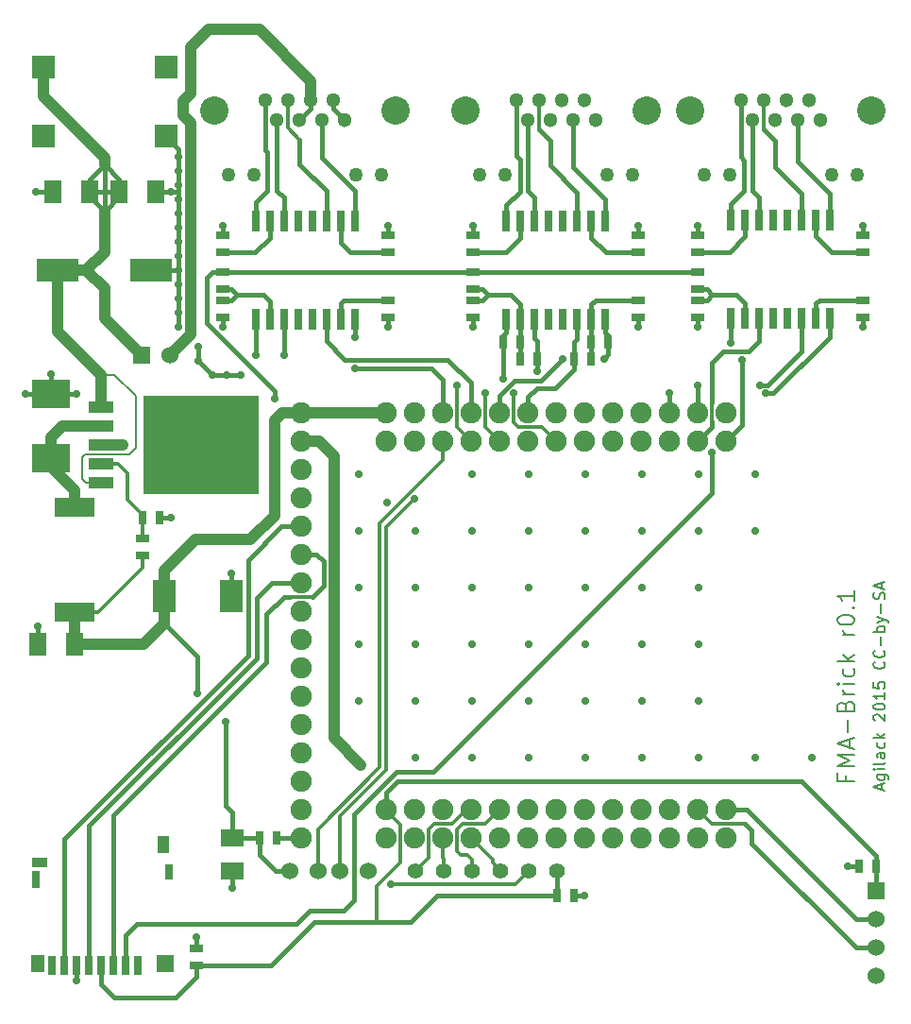
<source format=gtl>
G04 (created by PCBNEW (2013-mar-13)-stable) date Thu 11 Jun 2015 06:02:21 PM CEST*
%MOIN*%
G04 Gerber Fmt 3.4, Leading zero omitted, Abs format*
%FSLAX34Y34*%
G01*
G70*
G90*
G04 APERTURE LIST*
%ADD10C,0.005906*%
%ADD11C,0.008000*%
%ADD12R,0.060000X0.080000*%
%ADD13R,0.149606X0.080000*%
%ADD14R,0.137800X0.098400*%
%ADD15R,0.140200X0.070100*%
%ADD16R,0.045000X0.025000*%
%ADD17R,0.025000X0.045000*%
%ADD18R,0.090000X0.042000*%
%ADD19R,0.409800X0.350000*%
%ADD20C,0.051181*%
%ADD21C,0.100000*%
%ADD22C,0.050000*%
%ADD23R,0.031500X0.074800*%
%ADD24R,0.060000X0.060000*%
%ADD25C,0.060000*%
%ADD26R,0.078740X0.118110*%
%ADD27C,0.075000*%
%ADD28R,0.027559X0.068898*%
%ADD29R,0.059055X0.059055*%
%ADD30R,0.051181X0.059055*%
%ADD31R,0.031496X0.059055*%
%ADD32R,0.031496X0.055118*%
%ADD33R,0.058071X0.035433*%
%ADD34R,0.039370X0.061024*%
%ADD35R,0.078740X0.078740*%
%ADD36C,0.055100*%
%ADD37R,0.078700X0.062992*%
%ADD38C,0.028000*%
%ADD39C,0.016000*%
%ADD40C,0.040000*%
%ADD41C,0.012000*%
G04 APERTURE END LIST*
G54D10*
G54D11*
X69968Y-47141D02*
X69968Y-46951D01*
X70082Y-47179D02*
X69682Y-47046D01*
X70082Y-46913D01*
X69816Y-46608D02*
X70140Y-46608D01*
X70178Y-46627D01*
X70197Y-46646D01*
X70216Y-46684D01*
X70216Y-46741D01*
X70197Y-46779D01*
X70063Y-46608D02*
X70082Y-46646D01*
X70082Y-46722D01*
X70063Y-46760D01*
X70044Y-46779D01*
X70006Y-46798D01*
X69892Y-46798D01*
X69854Y-46779D01*
X69835Y-46760D01*
X69816Y-46722D01*
X69816Y-46646D01*
X69835Y-46608D01*
X70082Y-46417D02*
X69816Y-46417D01*
X69682Y-46417D02*
X69702Y-46436D01*
X69721Y-46417D01*
X69702Y-46398D01*
X69682Y-46417D01*
X69721Y-46417D01*
X70082Y-46170D02*
X70063Y-46208D01*
X70025Y-46227D01*
X69682Y-46227D01*
X70082Y-45846D02*
X69873Y-45846D01*
X69835Y-45865D01*
X69816Y-45903D01*
X69816Y-45979D01*
X69835Y-46017D01*
X70063Y-45846D02*
X70082Y-45884D01*
X70082Y-45979D01*
X70063Y-46017D01*
X70025Y-46036D01*
X69987Y-46036D01*
X69949Y-46017D01*
X69930Y-45979D01*
X69930Y-45884D01*
X69911Y-45846D01*
X70063Y-45484D02*
X70082Y-45522D01*
X70082Y-45598D01*
X70063Y-45636D01*
X70044Y-45655D01*
X70006Y-45674D01*
X69892Y-45674D01*
X69854Y-45655D01*
X69835Y-45636D01*
X69816Y-45598D01*
X69816Y-45522D01*
X69835Y-45484D01*
X70082Y-45313D02*
X69682Y-45313D01*
X69930Y-45274D02*
X70082Y-45160D01*
X69816Y-45160D02*
X69968Y-45313D01*
X69721Y-44703D02*
X69702Y-44684D01*
X69682Y-44646D01*
X69682Y-44551D01*
X69702Y-44513D01*
X69721Y-44494D01*
X69759Y-44474D01*
X69797Y-44474D01*
X69854Y-44494D01*
X70082Y-44722D01*
X70082Y-44474D01*
X69682Y-44227D02*
X69682Y-44189D01*
X69702Y-44151D01*
X69721Y-44132D01*
X69759Y-44113D01*
X69835Y-44094D01*
X69930Y-44094D01*
X70006Y-44113D01*
X70044Y-44132D01*
X70063Y-44151D01*
X70082Y-44189D01*
X70082Y-44227D01*
X70063Y-44265D01*
X70044Y-44284D01*
X70006Y-44303D01*
X69930Y-44322D01*
X69835Y-44322D01*
X69759Y-44303D01*
X69721Y-44284D01*
X69702Y-44265D01*
X69682Y-44227D01*
X70082Y-43713D02*
X70082Y-43941D01*
X70082Y-43827D02*
X69682Y-43827D01*
X69740Y-43865D01*
X69778Y-43903D01*
X69797Y-43941D01*
X69682Y-43351D02*
X69682Y-43541D01*
X69873Y-43560D01*
X69854Y-43541D01*
X69835Y-43503D01*
X69835Y-43408D01*
X69854Y-43370D01*
X69873Y-43351D01*
X69911Y-43332D01*
X70006Y-43332D01*
X70044Y-43351D01*
X70063Y-43370D01*
X70082Y-43408D01*
X70082Y-43503D01*
X70063Y-43541D01*
X70044Y-43560D01*
X70044Y-42627D02*
X70063Y-42646D01*
X70082Y-42703D01*
X70082Y-42741D01*
X70063Y-42798D01*
X70025Y-42836D01*
X69987Y-42855D01*
X69911Y-42874D01*
X69854Y-42874D01*
X69778Y-42855D01*
X69740Y-42836D01*
X69702Y-42798D01*
X69682Y-42741D01*
X69682Y-42703D01*
X69702Y-42646D01*
X69721Y-42627D01*
X70044Y-42227D02*
X70063Y-42246D01*
X70082Y-42303D01*
X70082Y-42341D01*
X70063Y-42398D01*
X70025Y-42436D01*
X69987Y-42455D01*
X69911Y-42474D01*
X69854Y-42474D01*
X69778Y-42455D01*
X69740Y-42436D01*
X69702Y-42398D01*
X69682Y-42341D01*
X69682Y-42303D01*
X69702Y-42246D01*
X69721Y-42227D01*
X69930Y-42055D02*
X69930Y-41751D01*
X70082Y-41560D02*
X69682Y-41560D01*
X69835Y-41560D02*
X69816Y-41522D01*
X69816Y-41446D01*
X69835Y-41408D01*
X69854Y-41389D01*
X69892Y-41370D01*
X70006Y-41370D01*
X70044Y-41389D01*
X70063Y-41408D01*
X70082Y-41446D01*
X70082Y-41522D01*
X70063Y-41560D01*
X69816Y-41236D02*
X70082Y-41141D01*
X69816Y-41046D02*
X70082Y-41141D01*
X70178Y-41179D01*
X70197Y-41198D01*
X70216Y-41236D01*
X69930Y-40894D02*
X69930Y-40589D01*
X70063Y-40417D02*
X70082Y-40360D01*
X70082Y-40265D01*
X70063Y-40227D01*
X70044Y-40208D01*
X70006Y-40189D01*
X69968Y-40189D01*
X69930Y-40208D01*
X69911Y-40227D01*
X69892Y-40265D01*
X69873Y-40341D01*
X69854Y-40379D01*
X69835Y-40398D01*
X69797Y-40417D01*
X69759Y-40417D01*
X69721Y-40398D01*
X69702Y-40379D01*
X69682Y-40341D01*
X69682Y-40246D01*
X69702Y-40189D01*
X69968Y-40036D02*
X69968Y-39846D01*
X70082Y-40074D02*
X69682Y-39941D01*
X70082Y-39808D01*
X68685Y-46636D02*
X68685Y-46836D01*
X68999Y-46836D02*
X68399Y-46836D01*
X68399Y-46551D01*
X68999Y-46322D02*
X68399Y-46322D01*
X68828Y-46122D01*
X68399Y-45922D01*
X68999Y-45922D01*
X68828Y-45665D02*
X68828Y-45379D01*
X68999Y-45722D02*
X68399Y-45522D01*
X68999Y-45322D01*
X68770Y-45122D02*
X68770Y-44665D01*
X68685Y-44179D02*
X68713Y-44094D01*
X68742Y-44065D01*
X68799Y-44036D01*
X68885Y-44036D01*
X68942Y-44065D01*
X68970Y-44094D01*
X68999Y-44151D01*
X68999Y-44379D01*
X68399Y-44379D01*
X68399Y-44179D01*
X68428Y-44122D01*
X68456Y-44094D01*
X68513Y-44065D01*
X68570Y-44065D01*
X68628Y-44094D01*
X68656Y-44122D01*
X68685Y-44179D01*
X68685Y-44379D01*
X68999Y-43779D02*
X68599Y-43779D01*
X68713Y-43779D02*
X68656Y-43751D01*
X68628Y-43722D01*
X68599Y-43665D01*
X68599Y-43608D01*
X68999Y-43408D02*
X68599Y-43408D01*
X68399Y-43408D02*
X68428Y-43436D01*
X68456Y-43408D01*
X68428Y-43379D01*
X68399Y-43408D01*
X68456Y-43408D01*
X68970Y-42865D02*
X68999Y-42922D01*
X68999Y-43036D01*
X68970Y-43094D01*
X68942Y-43122D01*
X68885Y-43151D01*
X68713Y-43151D01*
X68656Y-43122D01*
X68628Y-43094D01*
X68599Y-43036D01*
X68599Y-42922D01*
X68628Y-42865D01*
X68999Y-42608D02*
X68399Y-42608D01*
X68770Y-42551D02*
X68999Y-42379D01*
X68599Y-42379D02*
X68828Y-42608D01*
X68999Y-41665D02*
X68599Y-41665D01*
X68713Y-41665D02*
X68656Y-41636D01*
X68628Y-41608D01*
X68599Y-41551D01*
X68599Y-41494D01*
X68399Y-41179D02*
X68399Y-41122D01*
X68428Y-41065D01*
X68456Y-41036D01*
X68513Y-41008D01*
X68628Y-40979D01*
X68770Y-40979D01*
X68885Y-41008D01*
X68942Y-41036D01*
X68970Y-41065D01*
X68999Y-41122D01*
X68999Y-41179D01*
X68970Y-41236D01*
X68942Y-41265D01*
X68885Y-41294D01*
X68770Y-41322D01*
X68628Y-41322D01*
X68513Y-41294D01*
X68456Y-41265D01*
X68428Y-41236D01*
X68399Y-41179D01*
X68942Y-40722D02*
X68970Y-40693D01*
X68999Y-40722D01*
X68970Y-40751D01*
X68942Y-40722D01*
X68999Y-40722D01*
X68999Y-40122D02*
X68999Y-40465D01*
X68999Y-40294D02*
X68399Y-40294D01*
X68485Y-40351D01*
X68542Y-40408D01*
X68570Y-40465D01*
G54D12*
X41988Y-26048D03*
X40688Y-26048D03*
X43050Y-26046D03*
X44350Y-26046D03*
G54D13*
X40866Y-28812D03*
X44173Y-28812D03*
G54D12*
X41460Y-41994D03*
X40160Y-41994D03*
G54D14*
X40638Y-33180D03*
X40638Y-35444D03*
G54D15*
X41462Y-37176D03*
X41462Y-40876D03*
G54D16*
X43876Y-38870D03*
X43876Y-38270D03*
G54D17*
X43876Y-37554D03*
X44476Y-37554D03*
G54D18*
X42401Y-34966D03*
X42401Y-35635D03*
X42401Y-36305D03*
X42401Y-34297D03*
X42401Y-33627D03*
G54D19*
X45940Y-34966D03*
G54D20*
X49003Y-22812D03*
X50208Y-23512D03*
X49405Y-23512D03*
X48200Y-22812D03*
X48602Y-23512D03*
X49807Y-22812D03*
X51011Y-23512D03*
X50610Y-22812D03*
G54D21*
X52807Y-23162D03*
X46405Y-23162D03*
G54D22*
X52307Y-25426D03*
X51405Y-25426D03*
X47807Y-25426D03*
X46905Y-25426D03*
G54D20*
X57862Y-22812D03*
X59066Y-23512D03*
X58263Y-23512D03*
X57059Y-22812D03*
X57460Y-23512D03*
X58665Y-22812D03*
X59870Y-23512D03*
X59468Y-22812D03*
G54D21*
X61665Y-23162D03*
X55263Y-23162D03*
G54D22*
X61165Y-25426D03*
X60263Y-25426D03*
X56665Y-25426D03*
X55763Y-25426D03*
G54D23*
X49356Y-30536D03*
X49856Y-30536D03*
X50356Y-30536D03*
X48856Y-30536D03*
X50856Y-30536D03*
X48356Y-30536D03*
X47856Y-30536D03*
X51356Y-30536D03*
X47856Y-27088D03*
X51356Y-27088D03*
X50856Y-27088D03*
X50356Y-27088D03*
X49856Y-27088D03*
X49356Y-27088D03*
X48856Y-27088D03*
X48356Y-27088D03*
G54D16*
X46690Y-29858D03*
X46690Y-30458D03*
X52522Y-29858D03*
X52522Y-30458D03*
X46690Y-28882D03*
X46690Y-29482D03*
X52522Y-27576D03*
X52522Y-28176D03*
X46690Y-28176D03*
X46690Y-27576D03*
G54D20*
X65787Y-22812D03*
X66992Y-23512D03*
X66189Y-23512D03*
X64984Y-22812D03*
X65386Y-23512D03*
X66590Y-22812D03*
X67795Y-23512D03*
X67393Y-22812D03*
G54D21*
X69590Y-23162D03*
X63189Y-23162D03*
G54D22*
X69090Y-25426D03*
X68189Y-25426D03*
X64590Y-25426D03*
X63689Y-25426D03*
G54D23*
X58214Y-30536D03*
X58714Y-30536D03*
X59214Y-30536D03*
X57714Y-30536D03*
X59714Y-30536D03*
X57214Y-30536D03*
X56714Y-30536D03*
X60214Y-30536D03*
X56714Y-27088D03*
X60214Y-27088D03*
X59714Y-27088D03*
X59214Y-27088D03*
X58714Y-27088D03*
X58214Y-27088D03*
X57714Y-27088D03*
X57214Y-27088D03*
X66140Y-30494D03*
X66640Y-30494D03*
X67140Y-30494D03*
X65640Y-30494D03*
X67640Y-30494D03*
X65140Y-30494D03*
X64640Y-30494D03*
X68140Y-30494D03*
X64640Y-27046D03*
X68140Y-27046D03*
X67640Y-27046D03*
X67140Y-27046D03*
X66640Y-27046D03*
X66140Y-27046D03*
X65640Y-27046D03*
X65140Y-27046D03*
G54D16*
X55548Y-29858D03*
X55548Y-30458D03*
X61380Y-29858D03*
X61380Y-30458D03*
X63474Y-29858D03*
X63474Y-30458D03*
X69306Y-29858D03*
X69306Y-30458D03*
G54D24*
X43830Y-31800D03*
G54D25*
X44830Y-31800D03*
G54D26*
X44628Y-40290D03*
X46991Y-40290D03*
G54D27*
X52465Y-47840D03*
X52465Y-48840D03*
X53465Y-47840D03*
X53465Y-48840D03*
X54465Y-47840D03*
X54465Y-48840D03*
X55465Y-47840D03*
X55465Y-48840D03*
X56465Y-47840D03*
X56465Y-48840D03*
X57465Y-47840D03*
X57465Y-48840D03*
X58465Y-47840D03*
X58465Y-48840D03*
X59465Y-47840D03*
X59465Y-48840D03*
X60465Y-47840D03*
X60465Y-48840D03*
X61465Y-47840D03*
X61465Y-48840D03*
X62465Y-47840D03*
X62465Y-48840D03*
X63465Y-47840D03*
X63465Y-48840D03*
X64465Y-47840D03*
X64465Y-48840D03*
X52465Y-33840D03*
X52465Y-34840D03*
X53465Y-33840D03*
X53465Y-34840D03*
X54465Y-33840D03*
X54465Y-34840D03*
X55465Y-33840D03*
X55465Y-34840D03*
X56465Y-33840D03*
X56465Y-34840D03*
X57465Y-33840D03*
X57465Y-34840D03*
X58465Y-33840D03*
X58465Y-34840D03*
X59465Y-33840D03*
X59465Y-34840D03*
X60465Y-33840D03*
X60465Y-34840D03*
X61465Y-33840D03*
X61465Y-34840D03*
X62465Y-33840D03*
X62465Y-34840D03*
X63465Y-33840D03*
X63465Y-34840D03*
X64465Y-33840D03*
X64465Y-34840D03*
X49465Y-33840D03*
X49465Y-34840D03*
X49465Y-35840D03*
X49465Y-36840D03*
X49465Y-37840D03*
X49465Y-38840D03*
X49465Y-39840D03*
X49465Y-40840D03*
X49465Y-41840D03*
X49465Y-42840D03*
X49465Y-43840D03*
X49465Y-44840D03*
X49465Y-45840D03*
X49465Y-46840D03*
X49465Y-47840D03*
X49465Y-48840D03*
G54D16*
X61380Y-27576D03*
X61380Y-28176D03*
X55548Y-28176D03*
X55548Y-27576D03*
X69306Y-27576D03*
X69306Y-28176D03*
X63474Y-28176D03*
X63474Y-27576D03*
X55548Y-28882D03*
X55548Y-29482D03*
X63474Y-28882D03*
X63474Y-29482D03*
G54D17*
X57214Y-31326D03*
X56614Y-31326D03*
X57814Y-31930D03*
X57214Y-31930D03*
X59715Y-31930D03*
X59115Y-31930D03*
X60315Y-31326D03*
X59715Y-31326D03*
G54D28*
X43699Y-53336D03*
X43266Y-53336D03*
X42833Y-53336D03*
X42400Y-53336D03*
X41967Y-53336D03*
X41534Y-53336D03*
X41101Y-53336D03*
X40668Y-53336D03*
G54D29*
X44664Y-53287D03*
G54D30*
X40156Y-53287D03*
G54D31*
X40087Y-50294D03*
G54D32*
X44792Y-50039D03*
G54D33*
X40220Y-49704D03*
G54D34*
X44595Y-49084D03*
G54D24*
X69755Y-50720D03*
G54D25*
X69755Y-51720D03*
X69755Y-52720D03*
X69755Y-53720D03*
G54D35*
X44685Y-21653D03*
X40354Y-21653D03*
X44685Y-24074D03*
X40354Y-24074D03*
G54D36*
X58500Y-50000D03*
X57500Y-50000D03*
X56500Y-50000D03*
X55500Y-50000D03*
X54500Y-50000D03*
X53500Y-50000D03*
G54D25*
X51822Y-49995D03*
X50838Y-49995D03*
X50051Y-49995D03*
X49067Y-49995D03*
G54D16*
X45773Y-53332D03*
X45773Y-52732D03*
G54D17*
X69755Y-49836D03*
X69155Y-49836D03*
X48012Y-48840D03*
X48612Y-48840D03*
G54D37*
X47037Y-48840D03*
X47037Y-50021D03*
G54D17*
X58496Y-50868D03*
X59096Y-50868D03*
G54D38*
X48529Y-33341D03*
X51579Y-46278D03*
X46800Y-44740D03*
X45798Y-43737D03*
X61500Y-42000D03*
X57500Y-42000D03*
X53500Y-42000D03*
X55500Y-42000D03*
X59500Y-42000D03*
X63500Y-42000D03*
X61500Y-40000D03*
X57500Y-40000D03*
X53500Y-40000D03*
X55500Y-40000D03*
X59500Y-40000D03*
X63500Y-40000D03*
X51500Y-36000D03*
X51500Y-38000D03*
X51500Y-44000D03*
X53500Y-44000D03*
X65500Y-46000D03*
X61500Y-46000D03*
X57500Y-46000D03*
X53500Y-46000D03*
X55500Y-46000D03*
X59500Y-46000D03*
X63500Y-46000D03*
X67500Y-46000D03*
X63500Y-44000D03*
X59500Y-44000D03*
X55500Y-44000D03*
X57500Y-44000D03*
X61500Y-44000D03*
X51500Y-42000D03*
X51500Y-40000D03*
X53500Y-38000D03*
X52500Y-37000D03*
X55500Y-38000D03*
X63500Y-36000D03*
X59500Y-36000D03*
X55500Y-36000D03*
X57500Y-36000D03*
X61500Y-36000D03*
X65500Y-36000D03*
X63500Y-38000D03*
X61500Y-38000D03*
X57500Y-38000D03*
X59500Y-38000D03*
X65500Y-38000D03*
X47037Y-50596D03*
X45773Y-52345D03*
X59481Y-50868D03*
X68770Y-49836D03*
X52648Y-50456D03*
X46350Y-32500D03*
X45850Y-32000D03*
X46850Y-32500D03*
X45850Y-31500D03*
X47350Y-32500D03*
X45150Y-30300D03*
X45150Y-30800D03*
X45150Y-24800D03*
X45150Y-25800D03*
X45150Y-25300D03*
X44685Y-24074D03*
X44685Y-21653D03*
X39740Y-33180D03*
X40112Y-26048D03*
X41534Y-53889D03*
X40638Y-32480D03*
X69306Y-30792D03*
X63474Y-30792D03*
X61380Y-30792D03*
X69306Y-27242D03*
X63474Y-27242D03*
X61380Y-27242D03*
X55548Y-27242D03*
X55548Y-30792D03*
X52522Y-30792D03*
X52522Y-27242D03*
X40160Y-41370D03*
X46990Y-39498D03*
X44870Y-37554D03*
X45150Y-26300D03*
X45150Y-26800D03*
X45150Y-29300D03*
X45150Y-29800D03*
X45150Y-28812D03*
X46690Y-30792D03*
X45150Y-27800D03*
X45150Y-28300D03*
X41536Y-33180D03*
X43180Y-34966D03*
X44874Y-26050D03*
X45150Y-27300D03*
X46690Y-27242D03*
X65880Y-33154D03*
X62465Y-33154D03*
X65662Y-32865D03*
X63465Y-32865D03*
X60153Y-31929D03*
X58702Y-31929D03*
X51356Y-31172D03*
X51356Y-32268D03*
X63965Y-35233D03*
X65034Y-31980D03*
X64640Y-31373D03*
X57814Y-32366D03*
X56614Y-32642D03*
X56965Y-33152D03*
X54966Y-32870D03*
X48856Y-31822D03*
X55964Y-33150D03*
X47856Y-31822D03*
X53466Y-36879D03*
G54D39*
X48529Y-33064D02*
X46148Y-30683D01*
X46148Y-30683D02*
X46148Y-29057D01*
X46148Y-29057D02*
X46323Y-28882D01*
X46690Y-28882D02*
X46323Y-28882D01*
X48529Y-33341D02*
X48529Y-33064D01*
X55548Y-28882D02*
X46690Y-28882D01*
X63474Y-28882D02*
X55548Y-28882D01*
X42867Y-54465D02*
X45047Y-54465D01*
X42867Y-54465D02*
X42400Y-53998D01*
X42400Y-53336D02*
X42400Y-53998D01*
X45773Y-53739D02*
X45773Y-53332D01*
X45047Y-54465D02*
X45773Y-53739D01*
X45773Y-53332D02*
X48398Y-53332D01*
X58496Y-50868D02*
X54258Y-50868D01*
X53319Y-51807D02*
X52129Y-51807D01*
X54258Y-50868D02*
X53319Y-51807D01*
X58500Y-50000D02*
X58500Y-50864D01*
X58500Y-50864D02*
X58496Y-50868D01*
X69755Y-49836D02*
X69755Y-49460D01*
X52465Y-47253D02*
X52882Y-46836D01*
X52882Y-46836D02*
X67131Y-46836D01*
X67131Y-46836D02*
X69755Y-49460D01*
X52465Y-47253D02*
X52465Y-47840D01*
X69755Y-50720D02*
X69755Y-49836D01*
G54D40*
X50618Y-45317D02*
X51579Y-46278D01*
X49465Y-34840D02*
X50102Y-34840D01*
X50102Y-34840D02*
X50618Y-35356D01*
X50618Y-35356D02*
X50618Y-45317D01*
G54D41*
X52965Y-48357D02*
X52965Y-49711D01*
X52465Y-47857D02*
X52965Y-48357D01*
X52465Y-47840D02*
X52465Y-47857D01*
X52129Y-50547D02*
X52129Y-51807D01*
X52965Y-49711D02*
X52129Y-50547D01*
G54D39*
X52129Y-51807D02*
X49923Y-51807D01*
X49923Y-51807D02*
X48398Y-53332D01*
X46800Y-44740D02*
X46800Y-47700D01*
X44628Y-41263D02*
X45798Y-42432D01*
X45798Y-43737D02*
X45798Y-42432D01*
X47037Y-47937D02*
X47037Y-48840D01*
X46800Y-47700D02*
X47037Y-47937D01*
X48012Y-48840D02*
X47037Y-48840D01*
X47037Y-48840D02*
X47037Y-48840D01*
X48012Y-48840D02*
X48012Y-49455D01*
X48552Y-49995D02*
X49067Y-49995D01*
X48012Y-49455D02*
X48552Y-49995D01*
G54D40*
X48530Y-37458D02*
X48530Y-34102D01*
X45720Y-38310D02*
X47678Y-38310D01*
X44628Y-39401D02*
X45720Y-38310D01*
X44628Y-40290D02*
X44628Y-39401D01*
X47678Y-38310D02*
X48530Y-37458D01*
X48792Y-33840D02*
X49465Y-33840D01*
X48530Y-34102D02*
X48792Y-33840D01*
X52465Y-33840D02*
X49465Y-33840D01*
X41460Y-41994D02*
X43898Y-41994D01*
X44628Y-41263D02*
X44628Y-40290D01*
X43898Y-41994D02*
X44628Y-41263D01*
X41462Y-40876D02*
X41462Y-41992D01*
X41462Y-41992D02*
X41460Y-41994D01*
G54D41*
X43876Y-38870D02*
X43876Y-39290D01*
X42290Y-40876D02*
X41462Y-40876D01*
X43876Y-39290D02*
X42290Y-40876D01*
G54D40*
X40354Y-21653D02*
X40354Y-22687D01*
X42519Y-24852D02*
X42519Y-25080D01*
X40354Y-22687D02*
X42519Y-24852D01*
X41882Y-28812D02*
X42520Y-29450D01*
X42520Y-30490D02*
X43830Y-31800D01*
X42520Y-29450D02*
X42520Y-30490D01*
G54D11*
X42401Y-36305D02*
X41851Y-36305D01*
X43400Y-35300D02*
X43618Y-35082D01*
X41832Y-35300D02*
X43400Y-35300D01*
X41718Y-35414D02*
X41832Y-35300D01*
X41718Y-36172D02*
X41718Y-35414D01*
X41851Y-36305D02*
X41718Y-36172D01*
X42865Y-32501D02*
X42401Y-32501D01*
X43618Y-33254D02*
X42865Y-32501D01*
X43618Y-35082D02*
X43618Y-33254D01*
G54D40*
X40866Y-28812D02*
X40866Y-30966D01*
X42401Y-32501D02*
X42401Y-33627D01*
X40866Y-30966D02*
X42401Y-32501D01*
G54D39*
X43050Y-26046D02*
X42521Y-26046D01*
X42521Y-26046D02*
X42519Y-26048D01*
X41988Y-26048D02*
X42519Y-26048D01*
X42519Y-25080D02*
X42519Y-26048D01*
X42519Y-26048D02*
X42519Y-26741D01*
X42519Y-26741D02*
X42520Y-26742D01*
X43050Y-26046D02*
X43050Y-26211D01*
X43050Y-26211D02*
X42520Y-26742D01*
X41988Y-26048D02*
X41988Y-26210D01*
X41988Y-26210D02*
X42520Y-26742D01*
G54D40*
X41882Y-28812D02*
X42520Y-28174D01*
X42520Y-28174D02*
X42520Y-26742D01*
X41882Y-28812D02*
X40866Y-28812D01*
G54D39*
X43050Y-26046D02*
X43050Y-25612D01*
X43050Y-25612D02*
X42519Y-25080D01*
X41988Y-26048D02*
X41988Y-25612D01*
X41988Y-25612D02*
X42519Y-25080D01*
G54D40*
X45570Y-22556D02*
X45570Y-20950D01*
X49807Y-22127D02*
X48000Y-20320D01*
X48000Y-20320D02*
X46200Y-20320D01*
X49807Y-22812D02*
X49807Y-22127D01*
X45290Y-22836D02*
X45570Y-22556D01*
X45570Y-31060D02*
X45570Y-23604D01*
X45570Y-31060D02*
X44830Y-31800D01*
X45570Y-23604D02*
X45290Y-23324D01*
X45290Y-23324D02*
X45290Y-22836D01*
X45570Y-20950D02*
X46200Y-20320D01*
G54D39*
X49807Y-22812D02*
X49807Y-23111D01*
X49807Y-23111D02*
X49405Y-23512D01*
X47037Y-50021D02*
X47037Y-50596D01*
X48612Y-48840D02*
X49465Y-48840D01*
X45773Y-52732D02*
X45773Y-52345D01*
X59096Y-50868D02*
X59481Y-50868D01*
X69155Y-49836D02*
X68770Y-49836D01*
G54D41*
X57043Y-50457D02*
X52649Y-50457D01*
X57500Y-50000D02*
X57043Y-50457D01*
X52649Y-50457D02*
X52648Y-50456D01*
G54D39*
X45850Y-32000D02*
X46350Y-32500D01*
X47350Y-32500D02*
X46850Y-32500D01*
X45850Y-32000D02*
X45850Y-31500D01*
X46850Y-32500D02*
X46350Y-32500D01*
X45150Y-30300D02*
X45150Y-29800D01*
X45150Y-30800D02*
X45150Y-30300D01*
X45150Y-24800D02*
X45150Y-24539D01*
X45150Y-25300D02*
X45150Y-25800D01*
X45150Y-26050D02*
X45150Y-25800D01*
X45150Y-24800D02*
X45150Y-25300D01*
X45150Y-24539D02*
X44685Y-24074D01*
X40638Y-33180D02*
X39740Y-33180D01*
X40112Y-26048D02*
X40688Y-26048D01*
X41534Y-53336D02*
X41534Y-53336D01*
X41534Y-53889D02*
X41534Y-53336D01*
X40638Y-33180D02*
X40638Y-32480D01*
X69306Y-30792D02*
X69306Y-30458D01*
X63474Y-30792D02*
X63474Y-30458D01*
X61380Y-30792D02*
X61380Y-30458D01*
X69306Y-27242D02*
X69306Y-27576D01*
X63474Y-27242D02*
X63474Y-27576D01*
X61380Y-27242D02*
X61380Y-27576D01*
X55548Y-27242D02*
X55548Y-27576D01*
X55548Y-30792D02*
X55548Y-30458D01*
X52522Y-30792D02*
X52522Y-30458D01*
X52522Y-27576D02*
X52522Y-27242D01*
X50610Y-22812D02*
X50610Y-23111D01*
X50610Y-23111D02*
X51011Y-23512D01*
X40160Y-41994D02*
X40160Y-41370D01*
X46990Y-40288D02*
X46991Y-40290D01*
X46990Y-39498D02*
X46990Y-40288D01*
X44476Y-37554D02*
X44870Y-37554D01*
X45150Y-26800D02*
X45150Y-26300D01*
X45150Y-27300D02*
X45150Y-26800D01*
X45150Y-26300D02*
X45150Y-26050D01*
X45150Y-28812D02*
X45150Y-29300D01*
X45150Y-29300D02*
X45150Y-29800D01*
X46690Y-30792D02*
X46690Y-30458D01*
X45150Y-28300D02*
X45150Y-28812D01*
X44173Y-28812D02*
X45150Y-28812D01*
X45150Y-27800D02*
X45150Y-27300D01*
X45150Y-28300D02*
X45150Y-27800D01*
X40638Y-33180D02*
X41536Y-33180D01*
G54D40*
X43180Y-34966D02*
X42401Y-34966D01*
G54D39*
X45150Y-26050D02*
X44874Y-26050D01*
X44874Y-26050D02*
X44354Y-26050D01*
X44354Y-26050D02*
X44350Y-26046D01*
X46690Y-27242D02*
X46690Y-27576D01*
G54D41*
X56500Y-50000D02*
X56217Y-49717D01*
X56217Y-49592D02*
X55465Y-48840D01*
X56217Y-49717D02*
X56217Y-49592D01*
X54500Y-50000D02*
X54500Y-49564D01*
X54465Y-49529D02*
X54465Y-48840D01*
X54500Y-49564D02*
X54465Y-49529D01*
X55500Y-50000D02*
X55500Y-49603D01*
X55965Y-48340D02*
X56465Y-47840D01*
X55177Y-48340D02*
X55965Y-48340D01*
X54965Y-48552D02*
X55177Y-48340D01*
X54965Y-49297D02*
X54965Y-48552D01*
X55113Y-49445D02*
X54965Y-49297D01*
X55342Y-49445D02*
X55113Y-49445D01*
X55500Y-49603D02*
X55342Y-49445D01*
X53965Y-48528D02*
X53965Y-49535D01*
X53965Y-48528D02*
X54153Y-48340D01*
X54153Y-48340D02*
X54808Y-48340D01*
X54808Y-48340D02*
X55308Y-47840D01*
X55465Y-47840D02*
X55308Y-47840D01*
X53965Y-49535D02*
X53500Y-50000D01*
G54D39*
X65140Y-27046D02*
X65140Y-27622D01*
X64586Y-28176D02*
X63474Y-28176D01*
X65140Y-27622D02*
X64586Y-28176D01*
X65386Y-23512D02*
X65386Y-25996D01*
X65640Y-26250D02*
X65640Y-27046D01*
X65386Y-25996D02*
X65640Y-26250D01*
X64984Y-22812D02*
X64984Y-24796D01*
X64640Y-26468D02*
X64640Y-27046D01*
X65112Y-25996D02*
X64640Y-26468D01*
X65112Y-24924D02*
X65112Y-25996D01*
X64984Y-24796D02*
X65112Y-24924D01*
X57059Y-22812D02*
X57059Y-24774D01*
X56714Y-26500D02*
X57190Y-26025D01*
X56714Y-26500D02*
X56714Y-27088D01*
X57190Y-24905D02*
X57190Y-26025D01*
X57059Y-24774D02*
X57190Y-24905D01*
X57460Y-23512D02*
X57460Y-26000D01*
X57714Y-26254D02*
X57714Y-27088D01*
X57460Y-26000D02*
X57714Y-26254D01*
X50856Y-30536D02*
X50856Y-29961D01*
X50960Y-29858D02*
X52522Y-29858D01*
X50856Y-29961D02*
X50960Y-29858D01*
X66992Y-23512D02*
X66992Y-24972D01*
X68140Y-26120D02*
X68140Y-27046D01*
X66992Y-24972D02*
X68140Y-26120D01*
X67640Y-30494D02*
X67640Y-29980D01*
X67762Y-29858D02*
X69306Y-29858D01*
X67640Y-29980D02*
X67762Y-29858D01*
X63982Y-29670D02*
X64832Y-29670D01*
X65140Y-29978D02*
X64832Y-29670D01*
X65140Y-29978D02*
X65140Y-30494D01*
X63474Y-29858D02*
X63794Y-29858D01*
X63794Y-29482D02*
X63982Y-29670D01*
X63794Y-29482D02*
X63474Y-29482D01*
X63794Y-29858D02*
X63982Y-29670D01*
X59714Y-27088D02*
X59714Y-27662D01*
X60228Y-28176D02*
X61380Y-28176D01*
X59714Y-27662D02*
X60228Y-28176D01*
X57214Y-27088D02*
X57214Y-27663D01*
X56702Y-28176D02*
X55548Y-28176D01*
X57214Y-27663D02*
X56702Y-28176D01*
X67640Y-27046D02*
X67640Y-27622D01*
X68194Y-28176D02*
X69306Y-28176D01*
X67640Y-27622D02*
X68194Y-28176D01*
X59714Y-30536D02*
X59714Y-31325D01*
X59714Y-31325D02*
X59715Y-31326D01*
X59715Y-31326D02*
X59715Y-31930D01*
X59714Y-30536D02*
X59714Y-30021D01*
X59878Y-29858D02*
X61380Y-29858D01*
X59714Y-30021D02*
X59878Y-29858D01*
G54D41*
X42401Y-35635D02*
X42995Y-35635D01*
X43876Y-37454D02*
X43876Y-37554D01*
X43340Y-36918D02*
X43876Y-37454D01*
X43340Y-35980D02*
X43340Y-36918D01*
X42995Y-35635D02*
X43340Y-35980D01*
X43876Y-38270D02*
X43876Y-37554D01*
G54D40*
X41462Y-37176D02*
X41462Y-36566D01*
X40638Y-35742D02*
X40638Y-35444D01*
X41462Y-36566D02*
X40638Y-35742D01*
X40638Y-35444D02*
X40638Y-34690D01*
X41031Y-34297D02*
X40638Y-34690D01*
X41031Y-34297D02*
X42401Y-34297D01*
G54D39*
X48602Y-23512D02*
X48602Y-25998D01*
X48856Y-26252D02*
X48856Y-27088D01*
X48602Y-25998D02*
X48856Y-26252D01*
X46690Y-29858D02*
X47012Y-29858D01*
X47012Y-29858D02*
X47200Y-29670D01*
X46690Y-29482D02*
X47012Y-29482D01*
X48356Y-29896D02*
X48130Y-29670D01*
X48130Y-29670D02*
X47200Y-29670D01*
X48356Y-29896D02*
X48356Y-30536D01*
X47012Y-29482D02*
X47200Y-29670D01*
X51356Y-27088D02*
X51356Y-26000D01*
X50208Y-24852D02*
X50208Y-23512D01*
X51356Y-26000D02*
X50208Y-24852D01*
X52522Y-28176D02*
X51192Y-28176D01*
X50856Y-27840D02*
X50856Y-27088D01*
X51192Y-28176D02*
X50856Y-27840D01*
X50356Y-27088D02*
X50356Y-25998D01*
G54D41*
X49003Y-23789D02*
X49414Y-24200D01*
X49003Y-23789D02*
X49003Y-22812D01*
G54D39*
X49414Y-25056D02*
X49414Y-24200D01*
X50356Y-25998D02*
X49414Y-25056D01*
X48356Y-27088D02*
X48356Y-27663D01*
X47844Y-28176D02*
X46690Y-28176D01*
X48356Y-27663D02*
X47844Y-28176D01*
X57214Y-31326D02*
X57214Y-31930D01*
X57214Y-30536D02*
X57214Y-31325D01*
X57214Y-31325D02*
X57214Y-31326D01*
X56056Y-29670D02*
X56864Y-29670D01*
X57214Y-30020D02*
X56864Y-29670D01*
X57214Y-30020D02*
X57214Y-30536D01*
X55548Y-29858D02*
X55868Y-29858D01*
X55868Y-29482D02*
X56056Y-29670D01*
X55868Y-29482D02*
X55548Y-29482D01*
X55868Y-29858D02*
X56056Y-29670D01*
X48200Y-22812D02*
X48200Y-24580D01*
X47856Y-26399D02*
X47856Y-27088D01*
X48258Y-25998D02*
X47856Y-26399D01*
X48258Y-24638D02*
X48258Y-25998D01*
X48200Y-24580D02*
X48258Y-24638D01*
X59066Y-23512D02*
X59066Y-25171D01*
X60214Y-26319D02*
X60214Y-27088D01*
X59066Y-25171D02*
X60214Y-26319D01*
G54D41*
X57862Y-22812D02*
X57862Y-23827D01*
G54D39*
X59214Y-26059D02*
X59214Y-27088D01*
X58265Y-25110D02*
X59214Y-26059D01*
X58265Y-24230D02*
X58265Y-25110D01*
X57862Y-23827D02*
X58265Y-24230D01*
G54D41*
X65787Y-22812D02*
X65787Y-23826D01*
G54D39*
X67140Y-26119D02*
X67140Y-27046D01*
X66190Y-25169D02*
X67140Y-26119D01*
X66190Y-24229D02*
X66190Y-25169D01*
X65787Y-23826D02*
X66190Y-24229D01*
X65880Y-33154D02*
X66144Y-33154D01*
X62465Y-33840D02*
X62465Y-33154D01*
X68140Y-31158D02*
X68140Y-30494D01*
X66144Y-33154D02*
X68140Y-31158D01*
X65662Y-32865D02*
X65942Y-32865D01*
X63465Y-33840D02*
X63465Y-32865D01*
X67140Y-31667D02*
X67140Y-30494D01*
X65942Y-32865D02*
X67140Y-31667D01*
X60315Y-31326D02*
X60315Y-31767D01*
X57931Y-32700D02*
X58702Y-31929D01*
X56465Y-33229D02*
X56465Y-33840D01*
X56465Y-33229D02*
X56994Y-32700D01*
X56994Y-32700D02*
X57931Y-32700D01*
X60315Y-31767D02*
X60153Y-31929D01*
X60214Y-30536D02*
X60214Y-31002D01*
X60315Y-31103D02*
X60315Y-31326D01*
X60214Y-31002D02*
X60315Y-31103D01*
X57788Y-32964D02*
X58441Y-32964D01*
X57465Y-33287D02*
X57788Y-32964D01*
X57465Y-33840D02*
X57465Y-33287D01*
X59115Y-32290D02*
X59115Y-31930D01*
X58441Y-32964D02*
X59115Y-32290D01*
X59214Y-30536D02*
X59214Y-31225D01*
X59115Y-31325D02*
X59115Y-31930D01*
X59214Y-31225D02*
X59115Y-31325D01*
X51356Y-31172D02*
X51356Y-30536D01*
X54465Y-33840D02*
X54465Y-32673D01*
X54060Y-32268D02*
X51356Y-32268D01*
X54465Y-32673D02*
X54060Y-32268D01*
X51356Y-30536D02*
X51356Y-30536D01*
X55465Y-33840D02*
X55465Y-32789D01*
X50356Y-31320D02*
X50356Y-30536D01*
X51002Y-31966D02*
X50356Y-31320D01*
X54642Y-31966D02*
X51002Y-31966D01*
X55465Y-32789D02*
X54642Y-31966D01*
X41967Y-53336D02*
X41967Y-48420D01*
X48430Y-39840D02*
X49465Y-39840D01*
X47887Y-40383D02*
X48430Y-39840D01*
X47887Y-42501D02*
X47887Y-40383D01*
X41967Y-48420D02*
X47887Y-42501D01*
X52829Y-46515D02*
X54125Y-46515D01*
X43670Y-51870D02*
X49308Y-51870D01*
X43266Y-52273D02*
X43670Y-51870D01*
X43266Y-53336D02*
X43266Y-52273D01*
X51331Y-48013D02*
X52829Y-46515D01*
X51331Y-51051D02*
X51331Y-48013D01*
X50981Y-51401D02*
X51331Y-51051D01*
X49777Y-51401D02*
X50981Y-51401D01*
X49308Y-51870D02*
X49777Y-51401D01*
X63965Y-36675D02*
X63965Y-35233D01*
X54125Y-46515D02*
X63965Y-36675D01*
X41101Y-53336D02*
X41101Y-48878D01*
X48776Y-37840D02*
X49465Y-37840D01*
X47584Y-39032D02*
X48776Y-37840D01*
X47584Y-42396D02*
X47584Y-39032D01*
X41101Y-48878D02*
X47584Y-42396D01*
X49072Y-40339D02*
X48852Y-40339D01*
X49465Y-38840D02*
X50013Y-38840D01*
X50252Y-39944D02*
X49857Y-40339D01*
X50252Y-39079D02*
X50252Y-39944D01*
X50013Y-38840D02*
X50252Y-39079D01*
G54D41*
X49072Y-40339D02*
X49857Y-40339D01*
G54D39*
X42833Y-48026D02*
X42833Y-53336D01*
X48236Y-42624D02*
X42833Y-48026D01*
X48236Y-40955D02*
X48236Y-42624D01*
X48852Y-40339D02*
X48236Y-40955D01*
X63965Y-33465D02*
X63965Y-32061D01*
X63465Y-34840D02*
X63965Y-34340D01*
X63965Y-34340D02*
X63965Y-34126D01*
G54D41*
X63965Y-33465D02*
X63965Y-34126D01*
G54D39*
X65640Y-31303D02*
X65640Y-30494D01*
X65275Y-31668D02*
X65640Y-31303D01*
X64358Y-31668D02*
X65275Y-31668D01*
X63965Y-32061D02*
X64358Y-31668D01*
X65034Y-34271D02*
X65034Y-31980D01*
X64465Y-34840D02*
X65034Y-34271D01*
X64640Y-31373D02*
X64640Y-30494D01*
X57814Y-31930D02*
X57814Y-32366D01*
X57714Y-30536D02*
X57714Y-31212D01*
X57814Y-31312D02*
X57814Y-31930D01*
X57714Y-31212D02*
X57814Y-31312D01*
X56614Y-31326D02*
X56614Y-32642D01*
G54D41*
X57965Y-34340D02*
X57143Y-34340D01*
X57965Y-34340D02*
X58465Y-34840D01*
X56965Y-33152D02*
X56965Y-34162D01*
X57143Y-34340D02*
X56965Y-34162D01*
G54D39*
X56714Y-30536D02*
X56714Y-31003D01*
X56614Y-31104D02*
X56614Y-31326D01*
X56714Y-31003D02*
X56614Y-31104D01*
G54D41*
X55465Y-34840D02*
X55464Y-34840D01*
X55464Y-34840D02*
X54966Y-34342D01*
X54966Y-32870D02*
X54966Y-34342D01*
G54D39*
X48856Y-31822D02*
X48856Y-30536D01*
G54D41*
X56465Y-34840D02*
X56464Y-34840D01*
X56464Y-34840D02*
X55964Y-34340D01*
X55964Y-33150D02*
X55964Y-34340D01*
G54D39*
X47856Y-31821D02*
X47856Y-31822D01*
X47856Y-31821D02*
X47856Y-30536D01*
X64465Y-47840D02*
X65195Y-47840D01*
X69075Y-51720D02*
X69755Y-51720D01*
X65195Y-47840D02*
X69075Y-51720D01*
X65380Y-49035D02*
X65380Y-48577D01*
X69065Y-52720D02*
X65380Y-49035D01*
X69755Y-52720D02*
X69065Y-52720D01*
G54D41*
X63965Y-48340D02*
X63465Y-47840D01*
X65143Y-48340D02*
X63965Y-48340D01*
G54D39*
X65380Y-48577D02*
X65143Y-48340D01*
G54D41*
X50838Y-48079D02*
X52470Y-46448D01*
X52470Y-46448D02*
X52470Y-37875D01*
X52470Y-37875D02*
X53466Y-36879D01*
X50838Y-49995D02*
X50838Y-48079D01*
X50051Y-49995D02*
X50051Y-48528D01*
X54465Y-35505D02*
X54465Y-34840D01*
X52230Y-37740D02*
X54465Y-35505D01*
X52230Y-46350D02*
X52230Y-37740D01*
X50051Y-48528D02*
X52230Y-46350D01*
M02*

</source>
